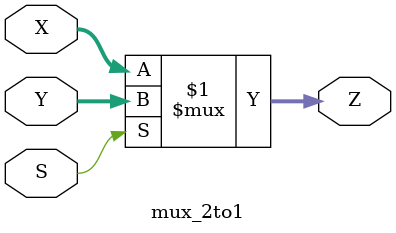
<source format=v>
`timescale 1ns / 1ps
`default_nettype none //helps catch typo-related bugs
module mux_2to1(X,Y,S,Z);

	//parameter definitions
	parameter N = 16;

	//port definitions - customize for different bit widths
	input  wire[(N-1):0] X;
	input  wire[(N-1):0] Y;
	input  wire S;
	output wire[(N-1):0] Z;
	
	assign Z = S ? Y : X;


endmodule
`default_nettype wire //some Xilinx IP requires that the default_nettype be set to wire

</source>
